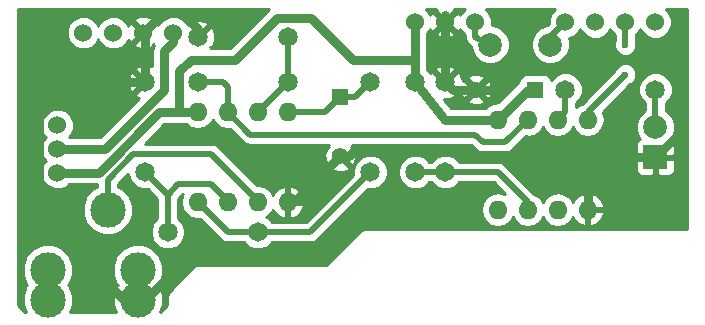
<source format=gbr>
G04 #@! TF.FileFunction,Copper,L2,Bot,Signal*
%FSLAX46Y46*%
G04 Gerber Fmt 4.6, Leading zero omitted, Abs format (unit mm)*
G04 Created by KiCad (PCBNEW 4.0.4-stable) date Monday, 13 March 2017 'PMt' 15:44:01*
%MOMM*%
%LPD*%
G01*
G04 APERTURE LIST*
%ADD10C,0.100000*%
%ADD11C,1.524000*%
%ADD12C,3.000000*%
%ADD13R,1.400000X1.400000*%
%ADD14C,1.400000*%
%ADD15R,2.000000X2.000000*%
%ADD16C,2.000000*%
%ADD17O,1.600000X1.600000*%
%ADD18C,1.651000*%
%ADD19C,0.600000*%
%ADD20C,0.500000*%
%ADD21C,0.750000*%
%ADD22C,0.254000*%
G04 APERTURE END LIST*
D10*
D11*
X4060000Y12480000D03*
X4060000Y14480000D03*
X4060000Y16480000D03*
D12*
X10865000Y1725000D03*
X3245000Y1725000D03*
X10865000Y4265000D03*
X3245000Y4265000D03*
X8325000Y9345000D03*
D11*
X54680000Y25220000D03*
X52140000Y25220000D03*
X49600000Y25220000D03*
X47060000Y25220000D03*
X39440000Y25220000D03*
X36900000Y25220000D03*
X34360000Y25220000D03*
D13*
X28010000Y18870000D03*
D14*
X28010000Y13870000D03*
D15*
X54680000Y13790000D03*
D16*
X54680000Y16330000D03*
D17*
X41345000Y9345000D03*
X43885000Y9345000D03*
X46425000Y9345000D03*
X48965000Y9345000D03*
X48965000Y16965000D03*
X46425000Y16965000D03*
X43885000Y16965000D03*
X41345000Y16965000D03*
X15945000Y9980000D03*
X18485000Y9980000D03*
X21025000Y9980000D03*
X23565000Y9980000D03*
X23565000Y17600000D03*
X21025000Y17600000D03*
X18485000Y17600000D03*
X15945000Y17600000D03*
D11*
X6250000Y24330000D03*
X8790000Y24330000D03*
X11330000Y24330000D03*
X13870000Y24330000D03*
D13*
X44520000Y19505000D03*
D14*
X39520000Y19505000D03*
D16*
X45790000Y23315000D03*
X40710000Y23315000D03*
D18*
X13405000Y7440000D03*
X21025000Y7440000D03*
X11500000Y20140000D03*
X11500000Y12520000D03*
X23565000Y20140000D03*
X15945000Y20140000D03*
X15945000Y23950000D03*
X23565000Y23950000D03*
X30550000Y12520000D03*
X30550000Y20140000D03*
X36900000Y20140000D03*
X36900000Y12520000D03*
X34360000Y12520000D03*
X34360000Y20140000D03*
X54680000Y19505000D03*
X47060000Y19505000D03*
D19*
X52140000Y20775000D03*
X52140000Y23315000D03*
D20*
X28010000Y18870000D02*
X29280000Y18870000D01*
X29280000Y18870000D02*
X30550000Y20140000D01*
X28010000Y18870000D02*
X26740000Y17600000D01*
X26740000Y17600000D02*
X23565000Y17600000D01*
D21*
X11500000Y20140000D02*
X5420000Y20140000D01*
X2460000Y8980000D02*
X9715000Y1725000D01*
X2460000Y17180000D02*
X2460000Y8980000D01*
X5420000Y20140000D02*
X2460000Y17180000D01*
X9715000Y1725000D02*
X10865000Y1725000D01*
X15945000Y23950000D02*
X15945000Y24595000D01*
X15945000Y24595000D02*
X14560000Y25980000D01*
X14560000Y25980000D02*
X12980000Y25980000D01*
X12980000Y25980000D02*
X11500000Y24500000D01*
X11500000Y24500000D02*
X11500000Y20140000D01*
X39520000Y19505000D02*
X41345000Y19505000D01*
X56585000Y15695000D02*
X54680000Y13790000D01*
X56585000Y20140000D02*
X56585000Y15695000D01*
X54680000Y22045000D02*
X56585000Y20140000D01*
X50870000Y22045000D02*
X54680000Y22045000D01*
X50235000Y21410000D02*
X50870000Y22045000D01*
X43250000Y21410000D02*
X50235000Y21410000D01*
X41345000Y19505000D02*
X43250000Y21410000D01*
X48965000Y13790000D02*
X54680000Y13790000D01*
X14675000Y4900000D02*
X15310000Y5535000D01*
X15310000Y5535000D02*
X26105000Y5535000D01*
X10865000Y1725000D02*
X11500000Y1725000D01*
X11500000Y1725000D02*
X14675000Y4900000D01*
X32455000Y11885000D02*
X32455000Y14425000D01*
X26105000Y5535000D02*
X32455000Y11885000D01*
X36900000Y25220000D02*
X36900000Y25855000D01*
X48965000Y9345000D02*
X48965000Y13790000D01*
X48965000Y13790000D02*
X39440000Y13790000D01*
X28010000Y13870000D02*
X28725000Y13870000D01*
X28725000Y13870000D02*
X29280000Y14425000D01*
X29280000Y14425000D02*
X32455000Y14425000D01*
X32455000Y14425000D02*
X38805000Y14425000D01*
X38805000Y14425000D02*
X39440000Y13790000D01*
X36900000Y25220000D02*
X36900000Y20140000D01*
X36900000Y20140000D02*
X37535000Y19505000D01*
X37535000Y19505000D02*
X39520000Y19505000D01*
X23565000Y9980000D02*
X24120000Y9980000D01*
X24120000Y9980000D02*
X28010000Y13870000D01*
D20*
X54680000Y19505000D02*
X54680000Y16330000D01*
X34360000Y12520000D02*
X36900000Y12520000D01*
X36900000Y12520000D02*
X41345000Y12520000D01*
X41345000Y12520000D02*
X43885000Y9980000D01*
X43885000Y9980000D02*
X43885000Y9345000D01*
X48965000Y16965000D02*
X48965000Y17600000D01*
X48965000Y17600000D02*
X52140000Y20775000D01*
X52140000Y23315000D02*
X52140000Y25220000D01*
X47060000Y19505000D02*
X47060000Y17600000D01*
X47060000Y17600000D02*
X46425000Y16965000D01*
X18485000Y17600000D02*
X20390000Y15695000D01*
X41980000Y15060000D02*
X43885000Y16965000D01*
X40075000Y15060000D02*
X41980000Y15060000D01*
X39440000Y15695000D02*
X40075000Y15060000D01*
X20390000Y15695000D02*
X39440000Y15695000D01*
X18485000Y17600000D02*
X18485000Y19759000D01*
X18104000Y20140000D02*
X15945000Y20140000D01*
X18485000Y19759000D02*
X18104000Y20140000D01*
D21*
X22612500Y25537500D02*
X25502500Y25537500D01*
X25502500Y25537500D02*
X29060000Y21980000D01*
X15375000Y22045000D02*
X19120000Y22045000D01*
X22612500Y25537500D02*
X22295000Y25220000D01*
X22295000Y25220000D02*
X19120000Y22045000D01*
X14368000Y18288000D02*
X14368000Y20980000D01*
X14368000Y21038000D02*
X15375000Y22045000D01*
X14368000Y20980000D02*
X14368000Y21038000D01*
X14368000Y17600000D02*
X14310000Y17658000D01*
X14310000Y17658000D02*
X14310000Y17730000D01*
X14310000Y17600000D02*
X14310000Y17730000D01*
X14368000Y18288000D02*
X14368000Y17600000D01*
X29060000Y21980000D02*
X34360000Y21980000D01*
X4060000Y12480000D02*
X7560000Y12480000D01*
X7560000Y12480000D02*
X12680000Y17600000D01*
X12680000Y17600000D02*
X14310000Y17600000D01*
X14310000Y17600000D02*
X15945000Y17600000D01*
X34360000Y25220000D02*
X34360000Y21980000D01*
X34360000Y21980000D02*
X34360000Y20140000D01*
X44520000Y19505000D02*
X43885000Y19505000D01*
X43885000Y19505000D02*
X41345000Y16965000D01*
X41345000Y16965000D02*
X36900000Y16965000D01*
X36900000Y16965000D02*
X34360000Y20140000D01*
D20*
X21025000Y9980000D02*
X21025000Y10107000D01*
X21025000Y10107000D02*
X17088000Y14044000D01*
X17088000Y14044000D02*
X10484000Y14044000D01*
X10484000Y14044000D02*
X8325000Y11885000D01*
X8325000Y11885000D02*
X8325000Y9345000D01*
X18485000Y9980000D02*
X18485000Y10107000D01*
X18485000Y10107000D02*
X17088000Y11504000D01*
X17088000Y11504000D02*
X14294000Y11504000D01*
X14294000Y11504000D02*
X13405000Y10615000D01*
X13405000Y7440000D02*
X13405000Y10615000D01*
X13405000Y10615000D02*
X11500000Y12520000D01*
X21025000Y7440000D02*
X18485000Y7440000D01*
X18485000Y7440000D02*
X15945000Y9980000D01*
X21025000Y7440000D02*
X25470000Y7440000D01*
X25470000Y7440000D02*
X30550000Y12520000D01*
X23565000Y23950000D02*
X23565000Y20140000D01*
X23565000Y20140000D02*
X21025000Y17600000D01*
D21*
X13870000Y24330000D02*
X13870000Y23540000D01*
X8060000Y14480000D02*
X4060000Y14480000D01*
X13060000Y19480000D02*
X8060000Y14480000D01*
X13060000Y22730000D02*
X13060000Y19480000D01*
X13870000Y23540000D02*
X13060000Y22730000D01*
D20*
X45790000Y23315000D02*
X45790000Y23950000D01*
X45790000Y23950000D02*
X47060000Y25220000D01*
X39440000Y25220000D02*
X39440000Y23950000D01*
X39440000Y23950000D02*
X40710000Y23315000D01*
D22*
G36*
X21898322Y26251678D02*
X18701644Y23055000D01*
X17019608Y23055000D01*
X16971217Y23103391D01*
X17219976Y23180656D01*
X17417340Y23727131D01*
X17390553Y24307535D01*
X17219976Y24719344D01*
X16971215Y24796610D01*
X16124605Y23950000D01*
X16138748Y23935857D01*
X15959143Y23756252D01*
X15945000Y23770395D01*
X15930858Y23756252D01*
X15751253Y23935857D01*
X15765395Y23950000D01*
X15751253Y23964142D01*
X15930858Y24143747D01*
X15945000Y24129605D01*
X16791610Y24976215D01*
X16714344Y25224976D01*
X16167869Y25422340D01*
X15587465Y25395553D01*
X15175656Y25224976D01*
X15105323Y24998536D01*
X15055010Y25120303D01*
X14662370Y25513629D01*
X14149100Y25726757D01*
X13593339Y25727242D01*
X13079697Y25515010D01*
X12686371Y25122370D01*
X12606605Y24930273D01*
X12552397Y25061143D01*
X12310213Y25130608D01*
X11509605Y24330000D01*
X11523748Y24315857D01*
X11344143Y24136252D01*
X11330000Y24150395D01*
X10529392Y23349787D01*
X10598857Y23107603D01*
X11122302Y22920856D01*
X11677368Y22948638D01*
X12061143Y23107603D01*
X12130607Y23349785D01*
X12221811Y23258581D01*
X12126882Y23116510D01*
X12050000Y22730000D01*
X12050000Y21494194D01*
X11722869Y21612340D01*
X11142465Y21585553D01*
X10730656Y21414976D01*
X10653390Y21166215D01*
X11500000Y20319605D01*
X11514143Y20333747D01*
X11693748Y20154142D01*
X11679605Y20140000D01*
X11693748Y20125857D01*
X11514143Y19946252D01*
X11500000Y19960395D01*
X10653390Y19113785D01*
X10730656Y18865024D01*
X10940780Y18789136D01*
X7641644Y15490000D01*
X5045654Y15490000D01*
X5243629Y15687630D01*
X5456757Y16200900D01*
X5457242Y16756661D01*
X5245010Y17270303D01*
X4852370Y17663629D01*
X4339100Y17876757D01*
X3783339Y17877242D01*
X3269697Y17665010D01*
X2876371Y17272370D01*
X2663243Y16759100D01*
X2662758Y16203339D01*
X2874990Y15689697D01*
X3084342Y15479979D01*
X2876371Y15272370D01*
X2663243Y14759100D01*
X2662758Y14203339D01*
X2874990Y13689697D01*
X3084342Y13479979D01*
X2876371Y13272370D01*
X2663243Y12759100D01*
X2662758Y12203339D01*
X2874990Y11689697D01*
X3267630Y11296371D01*
X3780900Y11083243D01*
X4336661Y11082758D01*
X4850303Y11294990D01*
X5025619Y11470000D01*
X7440000Y11470000D01*
X7440000Y11289399D01*
X7117200Y11156020D01*
X6516091Y10555959D01*
X6190372Y9771541D01*
X6189630Y8922185D01*
X6513980Y8137200D01*
X7114041Y7536091D01*
X7898459Y7210372D01*
X8747815Y7209630D01*
X9532800Y7533980D01*
X10133909Y8134041D01*
X10459628Y8918459D01*
X10460370Y9767815D01*
X10136020Y10552800D01*
X9535959Y11153909D01*
X9210000Y11289259D01*
X9210000Y11518420D01*
X10039349Y12347770D01*
X10039247Y12230763D01*
X10261126Y11693774D01*
X10671613Y11282570D01*
X11208214Y11059754D01*
X11709104Y11059317D01*
X12520000Y10248421D01*
X12520000Y8620202D01*
X12167570Y8268387D01*
X11944754Y7731786D01*
X11944247Y7150763D01*
X12166126Y6613774D01*
X12576613Y6202570D01*
X13113214Y5979754D01*
X13694237Y5979247D01*
X14231226Y6201126D01*
X14642430Y6611613D01*
X14865246Y7148214D01*
X14865753Y7729237D01*
X14643874Y8266226D01*
X14290000Y8620718D01*
X14290000Y10248420D01*
X14660291Y10618712D01*
X14619233Y10557264D01*
X14510000Y10008113D01*
X14510000Y9951887D01*
X14619233Y9402736D01*
X14930302Y8937189D01*
X15395849Y8626120D01*
X15945000Y8516887D01*
X16121438Y8551983D01*
X17859208Y6814213D01*
X17859210Y6814210D01*
X18146325Y6622367D01*
X18485000Y6555000D01*
X19844798Y6555000D01*
X20196613Y6202570D01*
X20733214Y5979754D01*
X21314237Y5979247D01*
X21851226Y6201126D01*
X22205718Y6555000D01*
X25469995Y6555000D01*
X25470000Y6554999D01*
X25765475Y6613774D01*
X25808675Y6622367D01*
X26095790Y6814210D01*
X26095791Y6814211D01*
X30341261Y11059682D01*
X30839237Y11059247D01*
X31376226Y11281126D01*
X31787430Y11691613D01*
X32010246Y12228214D01*
X32010248Y12230763D01*
X32899247Y12230763D01*
X33121126Y11693774D01*
X33531613Y11282570D01*
X34068214Y11059754D01*
X34649237Y11059247D01*
X35186226Y11281126D01*
X35540718Y11635000D01*
X35719798Y11635000D01*
X36071613Y11282570D01*
X36608214Y11059754D01*
X37189237Y11059247D01*
X37726226Y11281126D01*
X38080718Y11635000D01*
X40978420Y11635000D01*
X41955598Y10657822D01*
X41894151Y10698880D01*
X41345000Y10808113D01*
X40795849Y10698880D01*
X40330302Y10387811D01*
X40019233Y9922264D01*
X39910000Y9373113D01*
X39910000Y9316887D01*
X40019233Y8767736D01*
X40330302Y8302189D01*
X40795849Y7991120D01*
X41345000Y7881887D01*
X41894151Y7991120D01*
X42359698Y8302189D01*
X42615000Y8684275D01*
X42870302Y8302189D01*
X43335849Y7991120D01*
X43885000Y7881887D01*
X44434151Y7991120D01*
X44899698Y8302189D01*
X45155000Y8684275D01*
X45410302Y8302189D01*
X45875849Y7991120D01*
X46425000Y7881887D01*
X46974151Y7991120D01*
X47439698Y8302189D01*
X47709986Y8706703D01*
X47812611Y8489866D01*
X48227577Y8113959D01*
X48615961Y7953096D01*
X48838000Y8075085D01*
X48838000Y9218000D01*
X49092000Y9218000D01*
X49092000Y8075085D01*
X49314039Y7953096D01*
X49702423Y8113959D01*
X50117389Y8489866D01*
X50356914Y8995959D01*
X50235629Y9218000D01*
X49092000Y9218000D01*
X48838000Y9218000D01*
X48818000Y9218000D01*
X48818000Y9472000D01*
X48838000Y9472000D01*
X48838000Y10614915D01*
X49092000Y10614915D01*
X49092000Y9472000D01*
X50235629Y9472000D01*
X50356914Y9694041D01*
X50117389Y10200134D01*
X49702423Y10576041D01*
X49314039Y10736904D01*
X49092000Y10614915D01*
X48838000Y10614915D01*
X48615961Y10736904D01*
X48227577Y10576041D01*
X47812611Y10200134D01*
X47709986Y9983297D01*
X47439698Y10387811D01*
X46974151Y10698880D01*
X46425000Y10808113D01*
X45875849Y10698880D01*
X45410302Y10387811D01*
X45155000Y10005725D01*
X44899698Y10387811D01*
X44434151Y10698880D01*
X44413614Y10702965D01*
X41970790Y13145790D01*
X41850197Y13226367D01*
X41683675Y13337633D01*
X41627484Y13348810D01*
X41345000Y13405001D01*
X41344995Y13405000D01*
X38080202Y13405000D01*
X37981126Y13504250D01*
X53045000Y13504250D01*
X53045000Y12663690D01*
X53141673Y12430301D01*
X53320302Y12251673D01*
X53553691Y12155000D01*
X54394250Y12155000D01*
X54553000Y12313750D01*
X54553000Y13663000D01*
X54807000Y13663000D01*
X54807000Y12313750D01*
X54965750Y12155000D01*
X55806309Y12155000D01*
X56039698Y12251673D01*
X56218327Y12430301D01*
X56315000Y12663690D01*
X56315000Y13504250D01*
X56156250Y13663000D01*
X54807000Y13663000D01*
X54553000Y13663000D01*
X53203750Y13663000D01*
X53045000Y13504250D01*
X37981126Y13504250D01*
X37728387Y13757430D01*
X37191786Y13980246D01*
X36610763Y13980753D01*
X36073774Y13758874D01*
X35719282Y13405000D01*
X35540202Y13405000D01*
X35188387Y13757430D01*
X34651786Y13980246D01*
X34070763Y13980753D01*
X33533774Y13758874D01*
X33122570Y13348387D01*
X32899754Y12811786D01*
X32899247Y12230763D01*
X32010248Y12230763D01*
X32010753Y12809237D01*
X31788874Y13346226D01*
X31378387Y13757430D01*
X30841786Y13980246D01*
X30260763Y13980753D01*
X29723774Y13758874D01*
X29312570Y13348387D01*
X29089754Y12811786D01*
X29089317Y12310896D01*
X25103420Y8325000D01*
X22205202Y8325000D01*
X21853387Y8677430D01*
X21728532Y8729274D01*
X22039698Y8937189D01*
X22309986Y9341703D01*
X22412611Y9124866D01*
X22827577Y8748959D01*
X23215961Y8588096D01*
X23438000Y8710085D01*
X23438000Y9853000D01*
X23692000Y9853000D01*
X23692000Y8710085D01*
X23914039Y8588096D01*
X24302423Y8748959D01*
X24717389Y9124866D01*
X24956914Y9630959D01*
X24835629Y9853000D01*
X23692000Y9853000D01*
X23438000Y9853000D01*
X23418000Y9853000D01*
X23418000Y10107000D01*
X23438000Y10107000D01*
X23438000Y11249915D01*
X23692000Y11249915D01*
X23692000Y10107000D01*
X24835629Y10107000D01*
X24956914Y10329041D01*
X24717389Y10835134D01*
X24302423Y11211041D01*
X23914039Y11371904D01*
X23692000Y11249915D01*
X23438000Y11249915D01*
X23215961Y11371904D01*
X22827577Y11211041D01*
X22412611Y10835134D01*
X22309986Y10618297D01*
X22039698Y11022811D01*
X21574151Y11333880D01*
X21025000Y11443113D01*
X20954491Y11429088D01*
X19448855Y12934725D01*
X27254331Y12934725D01*
X27316169Y12698958D01*
X27817122Y12522581D01*
X28347440Y12551336D01*
X28703831Y12698958D01*
X28765669Y12934725D01*
X28010000Y13690395D01*
X27254331Y12934725D01*
X19448855Y12934725D01*
X17713790Y14669790D01*
X17636660Y14721326D01*
X17426675Y14861633D01*
X17370484Y14872810D01*
X17088000Y14929001D01*
X17087995Y14929000D01*
X11437356Y14929000D01*
X13098356Y16590000D01*
X14908378Y16590000D01*
X14930302Y16557189D01*
X15395849Y16246120D01*
X15945000Y16136887D01*
X16494151Y16246120D01*
X16959698Y16557189D01*
X17215000Y16939275D01*
X17470302Y16557189D01*
X17935849Y16246120D01*
X18485000Y16136887D01*
X18661438Y16171983D01*
X19764208Y15069213D01*
X19764210Y15069210D01*
X20051325Y14877367D01*
X20105907Y14866510D01*
X20390000Y14809999D01*
X20390005Y14810000D01*
X27028556Y14810000D01*
X26959474Y14740918D01*
X27074723Y14625669D01*
X26838958Y14563831D01*
X26662581Y14062878D01*
X26691336Y13532560D01*
X26838958Y13176169D01*
X27074725Y13114331D01*
X27830395Y13870000D01*
X27816252Y13884142D01*
X27995858Y14063748D01*
X28010000Y14049605D01*
X28024142Y14063748D01*
X28203748Y13884142D01*
X28189605Y13870000D01*
X28945275Y13114331D01*
X29181042Y13176169D01*
X29357419Y13677122D01*
X29328664Y14207440D01*
X29181042Y14563831D01*
X28945277Y14625669D01*
X29060526Y14740918D01*
X28991444Y14810000D01*
X39073420Y14810000D01*
X39449208Y14434213D01*
X39449210Y14434210D01*
X39526340Y14382674D01*
X39736326Y14242366D01*
X40075000Y14174999D01*
X40075005Y14175000D01*
X41979995Y14175000D01*
X41980000Y14174999D01*
X42262484Y14231190D01*
X42318675Y14242367D01*
X42605790Y14434210D01*
X43708562Y15536983D01*
X43885000Y15501887D01*
X44434151Y15611120D01*
X44899698Y15922189D01*
X45155000Y16304275D01*
X45410302Y15922189D01*
X45875849Y15611120D01*
X46425000Y15501887D01*
X46974151Y15611120D01*
X47439698Y15922189D01*
X47695000Y16304275D01*
X47950302Y15922189D01*
X48415849Y15611120D01*
X48965000Y15501887D01*
X49514151Y15611120D01*
X49979698Y15922189D01*
X50035835Y16006205D01*
X53044716Y16006205D01*
X53293106Y15405057D01*
X53355251Y15342803D01*
X53320302Y15328327D01*
X53141673Y15149699D01*
X53045000Y14916310D01*
X53045000Y14075750D01*
X53203750Y13917000D01*
X54553000Y13917000D01*
X54553000Y13937000D01*
X54807000Y13937000D01*
X54807000Y13917000D01*
X56156250Y13917000D01*
X56315000Y14075750D01*
X56315000Y14916310D01*
X56218327Y15149699D01*
X56039698Y15328327D01*
X56005166Y15342630D01*
X56065278Y15402637D01*
X56314716Y16003352D01*
X56315284Y16653795D01*
X56066894Y17254943D01*
X55607363Y17715278D01*
X55565000Y17732869D01*
X55565000Y18324798D01*
X55917430Y18676613D01*
X56140246Y19213214D01*
X56140753Y19794237D01*
X55918874Y20331226D01*
X55508387Y20742430D01*
X54971786Y20965246D01*
X54390763Y20965753D01*
X53853774Y20743874D01*
X53442570Y20333387D01*
X53219754Y19796786D01*
X53219247Y19215763D01*
X53441126Y18678774D01*
X53795000Y18324282D01*
X53795000Y17733398D01*
X53755057Y17716894D01*
X53294722Y17257363D01*
X53045284Y16656648D01*
X53044716Y16006205D01*
X50035835Y16006205D01*
X50290767Y16387736D01*
X50400000Y16936887D01*
X50400000Y16993113D01*
X50290767Y17542264D01*
X50237926Y17621346D01*
X52548834Y19932255D01*
X52668943Y19981883D01*
X52932192Y20244673D01*
X53074838Y20588201D01*
X53075162Y20960167D01*
X52933117Y21303943D01*
X52670327Y21567192D01*
X52326799Y21709838D01*
X51954833Y21710162D01*
X51611057Y21568117D01*
X51347808Y21305327D01*
X51297434Y21184013D01*
X48436385Y18322965D01*
X48415849Y18318880D01*
X47950302Y18007811D01*
X47945000Y17999876D01*
X47945000Y18324798D01*
X48297430Y18676613D01*
X48520246Y19213214D01*
X48520753Y19794237D01*
X48298874Y20331226D01*
X47888387Y20742430D01*
X47351786Y20965246D01*
X46770763Y20965753D01*
X46233774Y20743874D01*
X45840007Y20350794D01*
X45823162Y20440317D01*
X45684090Y20656441D01*
X45471890Y20801431D01*
X45220000Y20852440D01*
X43820000Y20852440D01*
X43584683Y20808162D01*
X43368559Y20669090D01*
X43223569Y20456890D01*
X43176152Y20222740D01*
X43170822Y20219178D01*
X41373990Y18422346D01*
X41345000Y18428113D01*
X40795849Y18318880D01*
X40330302Y18007811D01*
X40308378Y17975000D01*
X37385431Y17975000D01*
X36909652Y18569725D01*
X38764331Y18569725D01*
X38826169Y18333958D01*
X39327122Y18157581D01*
X39857440Y18186336D01*
X40213831Y18333958D01*
X40275669Y18569725D01*
X39520000Y19325395D01*
X38764331Y18569725D01*
X36909652Y18569725D01*
X36825814Y18674522D01*
X37257535Y18694447D01*
X37669344Y18865024D01*
X37746610Y19113785D01*
X36900000Y19960395D01*
X36885858Y19946252D01*
X36706253Y20125857D01*
X36720395Y20140000D01*
X37079605Y20140000D01*
X37926215Y19293390D01*
X38174976Y19370656D01*
X38188320Y19407605D01*
X38201336Y19167560D01*
X38348958Y18811169D01*
X38584725Y18749331D01*
X39340395Y19505000D01*
X39699605Y19505000D01*
X40455275Y18749331D01*
X40691042Y18811169D01*
X40867419Y19312122D01*
X40838664Y19842440D01*
X40691042Y20198831D01*
X40455275Y20260669D01*
X39699605Y19505000D01*
X39340395Y19505000D01*
X38584725Y20260669D01*
X38359215Y20201521D01*
X38348196Y20440275D01*
X38764331Y20440275D01*
X39520000Y19684605D01*
X40275669Y20440275D01*
X40213831Y20676042D01*
X39712878Y20852419D01*
X39182560Y20823664D01*
X38826169Y20676042D01*
X38764331Y20440275D01*
X38348196Y20440275D01*
X38345553Y20497535D01*
X38174976Y20909344D01*
X37926215Y20986610D01*
X37079605Y20140000D01*
X36720395Y20140000D01*
X35873785Y20986610D01*
X35625024Y20909344D01*
X35623789Y20905926D01*
X35598874Y20966226D01*
X35399234Y21166215D01*
X36053390Y21166215D01*
X36900000Y20319605D01*
X37746610Y21166215D01*
X37669344Y21414976D01*
X37122869Y21612340D01*
X36542465Y21585553D01*
X36130656Y21414976D01*
X36053390Y21166215D01*
X35399234Y21166215D01*
X35370000Y21195500D01*
X35370000Y24239787D01*
X36099392Y24239787D01*
X36168857Y23997603D01*
X36692302Y23810856D01*
X37247368Y23838638D01*
X37631143Y23997603D01*
X37700608Y24239787D01*
X36900000Y25040395D01*
X36099392Y24239787D01*
X35370000Y24239787D01*
X35370000Y24254304D01*
X35543629Y24427630D01*
X35623395Y24619727D01*
X35677603Y24488857D01*
X35919787Y24419392D01*
X36720395Y25220000D01*
X35919787Y26020608D01*
X35677603Y25951143D01*
X35627491Y25810682D01*
X35545010Y26010303D01*
X35260810Y26295000D01*
X36126580Y26295000D01*
X36099392Y26200213D01*
X36900000Y25399605D01*
X37700608Y26200213D01*
X37673420Y26295000D01*
X38539495Y26295000D01*
X38256371Y26012370D01*
X38176605Y25820273D01*
X38122397Y25951143D01*
X37880213Y26020608D01*
X37079605Y25220000D01*
X37880213Y24419392D01*
X38122397Y24488857D01*
X38172509Y24629318D01*
X38254990Y24429697D01*
X38555000Y24129163D01*
X38555000Y23950000D01*
X38582673Y23810877D01*
X38600415Y23670138D01*
X38616164Y23642511D01*
X38622367Y23611325D01*
X38701174Y23493381D01*
X38771423Y23370147D01*
X38796542Y23350652D01*
X38814210Y23324210D01*
X38932160Y23245399D01*
X39044216Y23158432D01*
X39074849Y23143116D01*
X39074716Y22991205D01*
X39323106Y22390057D01*
X39782637Y21929722D01*
X40383352Y21680284D01*
X41033795Y21679716D01*
X41634943Y21928106D01*
X42095278Y22387637D01*
X42344716Y22988352D01*
X42345284Y23638795D01*
X42096894Y24239943D01*
X41637363Y24700278D01*
X41036648Y24949716D01*
X40836765Y24949891D01*
X40837242Y25496661D01*
X40625010Y26010303D01*
X40340810Y26295000D01*
X46159495Y26295000D01*
X45876371Y26012370D01*
X45663243Y25499100D01*
X45662872Y25074452D01*
X45538641Y24950221D01*
X45466205Y24950284D01*
X44865057Y24701894D01*
X44404722Y24242363D01*
X44155284Y23641648D01*
X44154716Y22991205D01*
X44403106Y22390057D01*
X44862637Y21929722D01*
X45463352Y21680284D01*
X46113795Y21679716D01*
X46714943Y21928106D01*
X47175278Y22387637D01*
X47424716Y22988352D01*
X47425284Y23638795D01*
X47347433Y23827209D01*
X47850303Y24034990D01*
X48243629Y24427630D01*
X48329949Y24635512D01*
X48414990Y24429697D01*
X48807630Y24036371D01*
X49320900Y23823243D01*
X49876661Y23822758D01*
X50390303Y24034990D01*
X50783629Y24427630D01*
X50869949Y24635512D01*
X50954990Y24429697D01*
X51255000Y24129163D01*
X51255000Y23621822D01*
X51205162Y23501799D01*
X51204838Y23129833D01*
X51346883Y22786057D01*
X51609673Y22522808D01*
X51953201Y22380162D01*
X52325167Y22379838D01*
X52668943Y22521883D01*
X52932192Y22784673D01*
X53074838Y23128201D01*
X53075162Y23500167D01*
X53025000Y23621569D01*
X53025000Y24129522D01*
X53323629Y24427630D01*
X53409949Y24635512D01*
X53494990Y24429697D01*
X53887630Y24036371D01*
X54400900Y23823243D01*
X54956661Y23822758D01*
X55470303Y24034990D01*
X55863629Y24427630D01*
X56076757Y24940900D01*
X56077242Y25496661D01*
X55865010Y26010303D01*
X55580810Y26295000D01*
X57375000Y26295000D01*
X57375000Y7665000D01*
X30060000Y7665000D01*
X29797862Y7612857D01*
X29575632Y7464368D01*
X26776264Y4665000D01*
X16060000Y4665000D01*
X15797862Y4612857D01*
X15575632Y4464368D01*
X13575632Y2464368D01*
X13427143Y2242138D01*
X13375000Y1980000D01*
X13375000Y1263736D01*
X12776264Y665000D01*
X12742656Y665000D01*
X13007723Y1341187D01*
X12991497Y2190387D01*
X12697739Y2899582D01*
X12578868Y2959166D01*
X12673909Y3054041D01*
X12999628Y3838459D01*
X13000370Y4687815D01*
X12676020Y5472800D01*
X12075959Y6073909D01*
X11291541Y6399628D01*
X10442185Y6400370D01*
X9657200Y6076020D01*
X9056091Y5475959D01*
X8730372Y4691541D01*
X8729630Y3842185D01*
X9053980Y3057200D01*
X9151606Y2959404D01*
X9032261Y2899582D01*
X8722277Y2108813D01*
X8738503Y1259613D01*
X8984800Y665000D01*
X5116593Y665000D01*
X5379628Y1298459D01*
X5380370Y2147815D01*
X5056020Y2932800D01*
X4994346Y2994582D01*
X5053909Y3054041D01*
X5379628Y3838459D01*
X5380370Y4687815D01*
X5056020Y5472800D01*
X4455959Y6073909D01*
X3671541Y6399628D01*
X2822185Y6400370D01*
X2037200Y6076020D01*
X1436091Y5475959D01*
X1110372Y4691541D01*
X1109630Y3842185D01*
X1433980Y3057200D01*
X1495654Y2995418D01*
X1436091Y2935959D01*
X1110372Y2151541D01*
X1109630Y1302185D01*
X1372910Y665000D01*
X1343736Y665000D01*
X745000Y1263736D01*
X745000Y20362869D01*
X10027660Y20362869D01*
X10054447Y19782465D01*
X10225024Y19370656D01*
X10473785Y19293390D01*
X11320395Y20140000D01*
X10473785Y20986610D01*
X10225024Y20909344D01*
X10027660Y20362869D01*
X745000Y20362869D01*
X745000Y24053339D01*
X4852758Y24053339D01*
X5064990Y23539697D01*
X5457630Y23146371D01*
X5970900Y22933243D01*
X6526661Y22932758D01*
X7040303Y23144990D01*
X7433629Y23537630D01*
X7519949Y23745512D01*
X7604990Y23539697D01*
X7997630Y23146371D01*
X8510900Y22933243D01*
X9066661Y22932758D01*
X9580303Y23144990D01*
X9973629Y23537630D01*
X10053395Y23729727D01*
X10107603Y23598857D01*
X10349787Y23529392D01*
X11150395Y24330000D01*
X10349787Y25130608D01*
X10107603Y25061143D01*
X10057491Y24920682D01*
X9975010Y25120303D01*
X9785432Y25310213D01*
X10529392Y25310213D01*
X11330000Y24509605D01*
X12130608Y25310213D01*
X12061143Y25552397D01*
X11537698Y25739144D01*
X10982632Y25711362D01*
X10598857Y25552397D01*
X10529392Y25310213D01*
X9785432Y25310213D01*
X9582370Y25513629D01*
X9069100Y25726757D01*
X8513339Y25727242D01*
X7999697Y25515010D01*
X7606371Y25122370D01*
X7520051Y24914488D01*
X7435010Y25120303D01*
X7042370Y25513629D01*
X6529100Y25726757D01*
X5973339Y25727242D01*
X5459697Y25515010D01*
X5066371Y25122370D01*
X4853243Y24609100D01*
X4852758Y24053339D01*
X745000Y24053339D01*
X745000Y26295000D01*
X21963158Y26295000D01*
X21898322Y26251678D01*
X21898322Y26251678D01*
G37*
X21898322Y26251678D02*
X18701644Y23055000D01*
X17019608Y23055000D01*
X16971217Y23103391D01*
X17219976Y23180656D01*
X17417340Y23727131D01*
X17390553Y24307535D01*
X17219976Y24719344D01*
X16971215Y24796610D01*
X16124605Y23950000D01*
X16138748Y23935857D01*
X15959143Y23756252D01*
X15945000Y23770395D01*
X15930858Y23756252D01*
X15751253Y23935857D01*
X15765395Y23950000D01*
X15751253Y23964142D01*
X15930858Y24143747D01*
X15945000Y24129605D01*
X16791610Y24976215D01*
X16714344Y25224976D01*
X16167869Y25422340D01*
X15587465Y25395553D01*
X15175656Y25224976D01*
X15105323Y24998536D01*
X15055010Y25120303D01*
X14662370Y25513629D01*
X14149100Y25726757D01*
X13593339Y25727242D01*
X13079697Y25515010D01*
X12686371Y25122370D01*
X12606605Y24930273D01*
X12552397Y25061143D01*
X12310213Y25130608D01*
X11509605Y24330000D01*
X11523748Y24315857D01*
X11344143Y24136252D01*
X11330000Y24150395D01*
X10529392Y23349787D01*
X10598857Y23107603D01*
X11122302Y22920856D01*
X11677368Y22948638D01*
X12061143Y23107603D01*
X12130607Y23349785D01*
X12221811Y23258581D01*
X12126882Y23116510D01*
X12050000Y22730000D01*
X12050000Y21494194D01*
X11722869Y21612340D01*
X11142465Y21585553D01*
X10730656Y21414976D01*
X10653390Y21166215D01*
X11500000Y20319605D01*
X11514143Y20333747D01*
X11693748Y20154142D01*
X11679605Y20140000D01*
X11693748Y20125857D01*
X11514143Y19946252D01*
X11500000Y19960395D01*
X10653390Y19113785D01*
X10730656Y18865024D01*
X10940780Y18789136D01*
X7641644Y15490000D01*
X5045654Y15490000D01*
X5243629Y15687630D01*
X5456757Y16200900D01*
X5457242Y16756661D01*
X5245010Y17270303D01*
X4852370Y17663629D01*
X4339100Y17876757D01*
X3783339Y17877242D01*
X3269697Y17665010D01*
X2876371Y17272370D01*
X2663243Y16759100D01*
X2662758Y16203339D01*
X2874990Y15689697D01*
X3084342Y15479979D01*
X2876371Y15272370D01*
X2663243Y14759100D01*
X2662758Y14203339D01*
X2874990Y13689697D01*
X3084342Y13479979D01*
X2876371Y13272370D01*
X2663243Y12759100D01*
X2662758Y12203339D01*
X2874990Y11689697D01*
X3267630Y11296371D01*
X3780900Y11083243D01*
X4336661Y11082758D01*
X4850303Y11294990D01*
X5025619Y11470000D01*
X7440000Y11470000D01*
X7440000Y11289399D01*
X7117200Y11156020D01*
X6516091Y10555959D01*
X6190372Y9771541D01*
X6189630Y8922185D01*
X6513980Y8137200D01*
X7114041Y7536091D01*
X7898459Y7210372D01*
X8747815Y7209630D01*
X9532800Y7533980D01*
X10133909Y8134041D01*
X10459628Y8918459D01*
X10460370Y9767815D01*
X10136020Y10552800D01*
X9535959Y11153909D01*
X9210000Y11289259D01*
X9210000Y11518420D01*
X10039349Y12347770D01*
X10039247Y12230763D01*
X10261126Y11693774D01*
X10671613Y11282570D01*
X11208214Y11059754D01*
X11709104Y11059317D01*
X12520000Y10248421D01*
X12520000Y8620202D01*
X12167570Y8268387D01*
X11944754Y7731786D01*
X11944247Y7150763D01*
X12166126Y6613774D01*
X12576613Y6202570D01*
X13113214Y5979754D01*
X13694237Y5979247D01*
X14231226Y6201126D01*
X14642430Y6611613D01*
X14865246Y7148214D01*
X14865753Y7729237D01*
X14643874Y8266226D01*
X14290000Y8620718D01*
X14290000Y10248420D01*
X14660291Y10618712D01*
X14619233Y10557264D01*
X14510000Y10008113D01*
X14510000Y9951887D01*
X14619233Y9402736D01*
X14930302Y8937189D01*
X15395849Y8626120D01*
X15945000Y8516887D01*
X16121438Y8551983D01*
X17859208Y6814213D01*
X17859210Y6814210D01*
X18146325Y6622367D01*
X18485000Y6555000D01*
X19844798Y6555000D01*
X20196613Y6202570D01*
X20733214Y5979754D01*
X21314237Y5979247D01*
X21851226Y6201126D01*
X22205718Y6555000D01*
X25469995Y6555000D01*
X25470000Y6554999D01*
X25765475Y6613774D01*
X25808675Y6622367D01*
X26095790Y6814210D01*
X26095791Y6814211D01*
X30341261Y11059682D01*
X30839237Y11059247D01*
X31376226Y11281126D01*
X31787430Y11691613D01*
X32010246Y12228214D01*
X32010248Y12230763D01*
X32899247Y12230763D01*
X33121126Y11693774D01*
X33531613Y11282570D01*
X34068214Y11059754D01*
X34649237Y11059247D01*
X35186226Y11281126D01*
X35540718Y11635000D01*
X35719798Y11635000D01*
X36071613Y11282570D01*
X36608214Y11059754D01*
X37189237Y11059247D01*
X37726226Y11281126D01*
X38080718Y11635000D01*
X40978420Y11635000D01*
X41955598Y10657822D01*
X41894151Y10698880D01*
X41345000Y10808113D01*
X40795849Y10698880D01*
X40330302Y10387811D01*
X40019233Y9922264D01*
X39910000Y9373113D01*
X39910000Y9316887D01*
X40019233Y8767736D01*
X40330302Y8302189D01*
X40795849Y7991120D01*
X41345000Y7881887D01*
X41894151Y7991120D01*
X42359698Y8302189D01*
X42615000Y8684275D01*
X42870302Y8302189D01*
X43335849Y7991120D01*
X43885000Y7881887D01*
X44434151Y7991120D01*
X44899698Y8302189D01*
X45155000Y8684275D01*
X45410302Y8302189D01*
X45875849Y7991120D01*
X46425000Y7881887D01*
X46974151Y7991120D01*
X47439698Y8302189D01*
X47709986Y8706703D01*
X47812611Y8489866D01*
X48227577Y8113959D01*
X48615961Y7953096D01*
X48838000Y8075085D01*
X48838000Y9218000D01*
X49092000Y9218000D01*
X49092000Y8075085D01*
X49314039Y7953096D01*
X49702423Y8113959D01*
X50117389Y8489866D01*
X50356914Y8995959D01*
X50235629Y9218000D01*
X49092000Y9218000D01*
X48838000Y9218000D01*
X48818000Y9218000D01*
X48818000Y9472000D01*
X48838000Y9472000D01*
X48838000Y10614915D01*
X49092000Y10614915D01*
X49092000Y9472000D01*
X50235629Y9472000D01*
X50356914Y9694041D01*
X50117389Y10200134D01*
X49702423Y10576041D01*
X49314039Y10736904D01*
X49092000Y10614915D01*
X48838000Y10614915D01*
X48615961Y10736904D01*
X48227577Y10576041D01*
X47812611Y10200134D01*
X47709986Y9983297D01*
X47439698Y10387811D01*
X46974151Y10698880D01*
X46425000Y10808113D01*
X45875849Y10698880D01*
X45410302Y10387811D01*
X45155000Y10005725D01*
X44899698Y10387811D01*
X44434151Y10698880D01*
X44413614Y10702965D01*
X41970790Y13145790D01*
X41850197Y13226367D01*
X41683675Y13337633D01*
X41627484Y13348810D01*
X41345000Y13405001D01*
X41344995Y13405000D01*
X38080202Y13405000D01*
X37981126Y13504250D01*
X53045000Y13504250D01*
X53045000Y12663690D01*
X53141673Y12430301D01*
X53320302Y12251673D01*
X53553691Y12155000D01*
X54394250Y12155000D01*
X54553000Y12313750D01*
X54553000Y13663000D01*
X54807000Y13663000D01*
X54807000Y12313750D01*
X54965750Y12155000D01*
X55806309Y12155000D01*
X56039698Y12251673D01*
X56218327Y12430301D01*
X56315000Y12663690D01*
X56315000Y13504250D01*
X56156250Y13663000D01*
X54807000Y13663000D01*
X54553000Y13663000D01*
X53203750Y13663000D01*
X53045000Y13504250D01*
X37981126Y13504250D01*
X37728387Y13757430D01*
X37191786Y13980246D01*
X36610763Y13980753D01*
X36073774Y13758874D01*
X35719282Y13405000D01*
X35540202Y13405000D01*
X35188387Y13757430D01*
X34651786Y13980246D01*
X34070763Y13980753D01*
X33533774Y13758874D01*
X33122570Y13348387D01*
X32899754Y12811786D01*
X32899247Y12230763D01*
X32010248Y12230763D01*
X32010753Y12809237D01*
X31788874Y13346226D01*
X31378387Y13757430D01*
X30841786Y13980246D01*
X30260763Y13980753D01*
X29723774Y13758874D01*
X29312570Y13348387D01*
X29089754Y12811786D01*
X29089317Y12310896D01*
X25103420Y8325000D01*
X22205202Y8325000D01*
X21853387Y8677430D01*
X21728532Y8729274D01*
X22039698Y8937189D01*
X22309986Y9341703D01*
X22412611Y9124866D01*
X22827577Y8748959D01*
X23215961Y8588096D01*
X23438000Y8710085D01*
X23438000Y9853000D01*
X23692000Y9853000D01*
X23692000Y8710085D01*
X23914039Y8588096D01*
X24302423Y8748959D01*
X24717389Y9124866D01*
X24956914Y9630959D01*
X24835629Y9853000D01*
X23692000Y9853000D01*
X23438000Y9853000D01*
X23418000Y9853000D01*
X23418000Y10107000D01*
X23438000Y10107000D01*
X23438000Y11249915D01*
X23692000Y11249915D01*
X23692000Y10107000D01*
X24835629Y10107000D01*
X24956914Y10329041D01*
X24717389Y10835134D01*
X24302423Y11211041D01*
X23914039Y11371904D01*
X23692000Y11249915D01*
X23438000Y11249915D01*
X23215961Y11371904D01*
X22827577Y11211041D01*
X22412611Y10835134D01*
X22309986Y10618297D01*
X22039698Y11022811D01*
X21574151Y11333880D01*
X21025000Y11443113D01*
X20954491Y11429088D01*
X19448855Y12934725D01*
X27254331Y12934725D01*
X27316169Y12698958D01*
X27817122Y12522581D01*
X28347440Y12551336D01*
X28703831Y12698958D01*
X28765669Y12934725D01*
X28010000Y13690395D01*
X27254331Y12934725D01*
X19448855Y12934725D01*
X17713790Y14669790D01*
X17636660Y14721326D01*
X17426675Y14861633D01*
X17370484Y14872810D01*
X17088000Y14929001D01*
X17087995Y14929000D01*
X11437356Y14929000D01*
X13098356Y16590000D01*
X14908378Y16590000D01*
X14930302Y16557189D01*
X15395849Y16246120D01*
X15945000Y16136887D01*
X16494151Y16246120D01*
X16959698Y16557189D01*
X17215000Y16939275D01*
X17470302Y16557189D01*
X17935849Y16246120D01*
X18485000Y16136887D01*
X18661438Y16171983D01*
X19764208Y15069213D01*
X19764210Y15069210D01*
X20051325Y14877367D01*
X20105907Y14866510D01*
X20390000Y14809999D01*
X20390005Y14810000D01*
X27028556Y14810000D01*
X26959474Y14740918D01*
X27074723Y14625669D01*
X26838958Y14563831D01*
X26662581Y14062878D01*
X26691336Y13532560D01*
X26838958Y13176169D01*
X27074725Y13114331D01*
X27830395Y13870000D01*
X27816252Y13884142D01*
X27995858Y14063748D01*
X28010000Y14049605D01*
X28024142Y14063748D01*
X28203748Y13884142D01*
X28189605Y13870000D01*
X28945275Y13114331D01*
X29181042Y13176169D01*
X29357419Y13677122D01*
X29328664Y14207440D01*
X29181042Y14563831D01*
X28945277Y14625669D01*
X29060526Y14740918D01*
X28991444Y14810000D01*
X39073420Y14810000D01*
X39449208Y14434213D01*
X39449210Y14434210D01*
X39526340Y14382674D01*
X39736326Y14242366D01*
X40075000Y14174999D01*
X40075005Y14175000D01*
X41979995Y14175000D01*
X41980000Y14174999D01*
X42262484Y14231190D01*
X42318675Y14242367D01*
X42605790Y14434210D01*
X43708562Y15536983D01*
X43885000Y15501887D01*
X44434151Y15611120D01*
X44899698Y15922189D01*
X45155000Y16304275D01*
X45410302Y15922189D01*
X45875849Y15611120D01*
X46425000Y15501887D01*
X46974151Y15611120D01*
X47439698Y15922189D01*
X47695000Y16304275D01*
X47950302Y15922189D01*
X48415849Y15611120D01*
X48965000Y15501887D01*
X49514151Y15611120D01*
X49979698Y15922189D01*
X50035835Y16006205D01*
X53044716Y16006205D01*
X53293106Y15405057D01*
X53355251Y15342803D01*
X53320302Y15328327D01*
X53141673Y15149699D01*
X53045000Y14916310D01*
X53045000Y14075750D01*
X53203750Y13917000D01*
X54553000Y13917000D01*
X54553000Y13937000D01*
X54807000Y13937000D01*
X54807000Y13917000D01*
X56156250Y13917000D01*
X56315000Y14075750D01*
X56315000Y14916310D01*
X56218327Y15149699D01*
X56039698Y15328327D01*
X56005166Y15342630D01*
X56065278Y15402637D01*
X56314716Y16003352D01*
X56315284Y16653795D01*
X56066894Y17254943D01*
X55607363Y17715278D01*
X55565000Y17732869D01*
X55565000Y18324798D01*
X55917430Y18676613D01*
X56140246Y19213214D01*
X56140753Y19794237D01*
X55918874Y20331226D01*
X55508387Y20742430D01*
X54971786Y20965246D01*
X54390763Y20965753D01*
X53853774Y20743874D01*
X53442570Y20333387D01*
X53219754Y19796786D01*
X53219247Y19215763D01*
X53441126Y18678774D01*
X53795000Y18324282D01*
X53795000Y17733398D01*
X53755057Y17716894D01*
X53294722Y17257363D01*
X53045284Y16656648D01*
X53044716Y16006205D01*
X50035835Y16006205D01*
X50290767Y16387736D01*
X50400000Y16936887D01*
X50400000Y16993113D01*
X50290767Y17542264D01*
X50237926Y17621346D01*
X52548834Y19932255D01*
X52668943Y19981883D01*
X52932192Y20244673D01*
X53074838Y20588201D01*
X53075162Y20960167D01*
X52933117Y21303943D01*
X52670327Y21567192D01*
X52326799Y21709838D01*
X51954833Y21710162D01*
X51611057Y21568117D01*
X51347808Y21305327D01*
X51297434Y21184013D01*
X48436385Y18322965D01*
X48415849Y18318880D01*
X47950302Y18007811D01*
X47945000Y17999876D01*
X47945000Y18324798D01*
X48297430Y18676613D01*
X48520246Y19213214D01*
X48520753Y19794237D01*
X48298874Y20331226D01*
X47888387Y20742430D01*
X47351786Y20965246D01*
X46770763Y20965753D01*
X46233774Y20743874D01*
X45840007Y20350794D01*
X45823162Y20440317D01*
X45684090Y20656441D01*
X45471890Y20801431D01*
X45220000Y20852440D01*
X43820000Y20852440D01*
X43584683Y20808162D01*
X43368559Y20669090D01*
X43223569Y20456890D01*
X43176152Y20222740D01*
X43170822Y20219178D01*
X41373990Y18422346D01*
X41345000Y18428113D01*
X40795849Y18318880D01*
X40330302Y18007811D01*
X40308378Y17975000D01*
X37385431Y17975000D01*
X36909652Y18569725D01*
X38764331Y18569725D01*
X38826169Y18333958D01*
X39327122Y18157581D01*
X39857440Y18186336D01*
X40213831Y18333958D01*
X40275669Y18569725D01*
X39520000Y19325395D01*
X38764331Y18569725D01*
X36909652Y18569725D01*
X36825814Y18674522D01*
X37257535Y18694447D01*
X37669344Y18865024D01*
X37746610Y19113785D01*
X36900000Y19960395D01*
X36885858Y19946252D01*
X36706253Y20125857D01*
X36720395Y20140000D01*
X37079605Y20140000D01*
X37926215Y19293390D01*
X38174976Y19370656D01*
X38188320Y19407605D01*
X38201336Y19167560D01*
X38348958Y18811169D01*
X38584725Y18749331D01*
X39340395Y19505000D01*
X39699605Y19505000D01*
X40455275Y18749331D01*
X40691042Y18811169D01*
X40867419Y19312122D01*
X40838664Y19842440D01*
X40691042Y20198831D01*
X40455275Y20260669D01*
X39699605Y19505000D01*
X39340395Y19505000D01*
X38584725Y20260669D01*
X38359215Y20201521D01*
X38348196Y20440275D01*
X38764331Y20440275D01*
X39520000Y19684605D01*
X40275669Y20440275D01*
X40213831Y20676042D01*
X39712878Y20852419D01*
X39182560Y20823664D01*
X38826169Y20676042D01*
X38764331Y20440275D01*
X38348196Y20440275D01*
X38345553Y20497535D01*
X38174976Y20909344D01*
X37926215Y20986610D01*
X37079605Y20140000D01*
X36720395Y20140000D01*
X35873785Y20986610D01*
X35625024Y20909344D01*
X35623789Y20905926D01*
X35598874Y20966226D01*
X35399234Y21166215D01*
X36053390Y21166215D01*
X36900000Y20319605D01*
X37746610Y21166215D01*
X37669344Y21414976D01*
X37122869Y21612340D01*
X36542465Y21585553D01*
X36130656Y21414976D01*
X36053390Y21166215D01*
X35399234Y21166215D01*
X35370000Y21195500D01*
X35370000Y24239787D01*
X36099392Y24239787D01*
X36168857Y23997603D01*
X36692302Y23810856D01*
X37247368Y23838638D01*
X37631143Y23997603D01*
X37700608Y24239787D01*
X36900000Y25040395D01*
X36099392Y24239787D01*
X35370000Y24239787D01*
X35370000Y24254304D01*
X35543629Y24427630D01*
X35623395Y24619727D01*
X35677603Y24488857D01*
X35919787Y24419392D01*
X36720395Y25220000D01*
X35919787Y26020608D01*
X35677603Y25951143D01*
X35627491Y25810682D01*
X35545010Y26010303D01*
X35260810Y26295000D01*
X36126580Y26295000D01*
X36099392Y26200213D01*
X36900000Y25399605D01*
X37700608Y26200213D01*
X37673420Y26295000D01*
X38539495Y26295000D01*
X38256371Y26012370D01*
X38176605Y25820273D01*
X38122397Y25951143D01*
X37880213Y26020608D01*
X37079605Y25220000D01*
X37880213Y24419392D01*
X38122397Y24488857D01*
X38172509Y24629318D01*
X38254990Y24429697D01*
X38555000Y24129163D01*
X38555000Y23950000D01*
X38582673Y23810877D01*
X38600415Y23670138D01*
X38616164Y23642511D01*
X38622367Y23611325D01*
X38701174Y23493381D01*
X38771423Y23370147D01*
X38796542Y23350652D01*
X38814210Y23324210D01*
X38932160Y23245399D01*
X39044216Y23158432D01*
X39074849Y23143116D01*
X39074716Y22991205D01*
X39323106Y22390057D01*
X39782637Y21929722D01*
X40383352Y21680284D01*
X41033795Y21679716D01*
X41634943Y21928106D01*
X42095278Y22387637D01*
X42344716Y22988352D01*
X42345284Y23638795D01*
X42096894Y24239943D01*
X41637363Y24700278D01*
X41036648Y24949716D01*
X40836765Y24949891D01*
X40837242Y25496661D01*
X40625010Y26010303D01*
X40340810Y26295000D01*
X46159495Y26295000D01*
X45876371Y26012370D01*
X45663243Y25499100D01*
X45662872Y25074452D01*
X45538641Y24950221D01*
X45466205Y24950284D01*
X44865057Y24701894D01*
X44404722Y24242363D01*
X44155284Y23641648D01*
X44154716Y22991205D01*
X44403106Y22390057D01*
X44862637Y21929722D01*
X45463352Y21680284D01*
X46113795Y21679716D01*
X46714943Y21928106D01*
X47175278Y22387637D01*
X47424716Y22988352D01*
X47425284Y23638795D01*
X47347433Y23827209D01*
X47850303Y24034990D01*
X48243629Y24427630D01*
X48329949Y24635512D01*
X48414990Y24429697D01*
X48807630Y24036371D01*
X49320900Y23823243D01*
X49876661Y23822758D01*
X50390303Y24034990D01*
X50783629Y24427630D01*
X50869949Y24635512D01*
X50954990Y24429697D01*
X51255000Y24129163D01*
X51255000Y23621822D01*
X51205162Y23501799D01*
X51204838Y23129833D01*
X51346883Y22786057D01*
X51609673Y22522808D01*
X51953201Y22380162D01*
X52325167Y22379838D01*
X52668943Y22521883D01*
X52932192Y22784673D01*
X53074838Y23128201D01*
X53075162Y23500167D01*
X53025000Y23621569D01*
X53025000Y24129522D01*
X53323629Y24427630D01*
X53409949Y24635512D01*
X53494990Y24429697D01*
X53887630Y24036371D01*
X54400900Y23823243D01*
X54956661Y23822758D01*
X55470303Y24034990D01*
X55863629Y24427630D01*
X56076757Y24940900D01*
X56077242Y25496661D01*
X55865010Y26010303D01*
X55580810Y26295000D01*
X57375000Y26295000D01*
X57375000Y7665000D01*
X30060000Y7665000D01*
X29797862Y7612857D01*
X29575632Y7464368D01*
X26776264Y4665000D01*
X16060000Y4665000D01*
X15797862Y4612857D01*
X15575632Y4464368D01*
X13575632Y2464368D01*
X13427143Y2242138D01*
X13375000Y1980000D01*
X13375000Y1263736D01*
X12776264Y665000D01*
X12742656Y665000D01*
X13007723Y1341187D01*
X12991497Y2190387D01*
X12697739Y2899582D01*
X12578868Y2959166D01*
X12673909Y3054041D01*
X12999628Y3838459D01*
X13000370Y4687815D01*
X12676020Y5472800D01*
X12075959Y6073909D01*
X11291541Y6399628D01*
X10442185Y6400370D01*
X9657200Y6076020D01*
X9056091Y5475959D01*
X8730372Y4691541D01*
X8729630Y3842185D01*
X9053980Y3057200D01*
X9151606Y2959404D01*
X9032261Y2899582D01*
X8722277Y2108813D01*
X8738503Y1259613D01*
X8984800Y665000D01*
X5116593Y665000D01*
X5379628Y1298459D01*
X5380370Y2147815D01*
X5056020Y2932800D01*
X4994346Y2994582D01*
X5053909Y3054041D01*
X5379628Y3838459D01*
X5380370Y4687815D01*
X5056020Y5472800D01*
X4455959Y6073909D01*
X3671541Y6399628D01*
X2822185Y6400370D01*
X2037200Y6076020D01*
X1436091Y5475959D01*
X1110372Y4691541D01*
X1109630Y3842185D01*
X1433980Y3057200D01*
X1495654Y2995418D01*
X1436091Y2935959D01*
X1110372Y2151541D01*
X1109630Y1302185D01*
X1372910Y665000D01*
X1343736Y665000D01*
X745000Y1263736D01*
X745000Y20362869D01*
X10027660Y20362869D01*
X10054447Y19782465D01*
X10225024Y19370656D01*
X10473785Y19293390D01*
X11320395Y20140000D01*
X10473785Y20986610D01*
X10225024Y20909344D01*
X10027660Y20362869D01*
X745000Y20362869D01*
X745000Y24053339D01*
X4852758Y24053339D01*
X5064990Y23539697D01*
X5457630Y23146371D01*
X5970900Y22933243D01*
X6526661Y22932758D01*
X7040303Y23144990D01*
X7433629Y23537630D01*
X7519949Y23745512D01*
X7604990Y23539697D01*
X7997630Y23146371D01*
X8510900Y22933243D01*
X9066661Y22932758D01*
X9580303Y23144990D01*
X9973629Y23537630D01*
X10053395Y23729727D01*
X10107603Y23598857D01*
X10349787Y23529392D01*
X11150395Y24330000D01*
X10349787Y25130608D01*
X10107603Y25061143D01*
X10057491Y24920682D01*
X9975010Y25120303D01*
X9785432Y25310213D01*
X10529392Y25310213D01*
X11330000Y24509605D01*
X12130608Y25310213D01*
X12061143Y25552397D01*
X11537698Y25739144D01*
X10982632Y25711362D01*
X10598857Y25552397D01*
X10529392Y25310213D01*
X9785432Y25310213D01*
X9582370Y25513629D01*
X9069100Y25726757D01*
X8513339Y25727242D01*
X7999697Y25515010D01*
X7606371Y25122370D01*
X7520051Y24914488D01*
X7435010Y25120303D01*
X7042370Y25513629D01*
X6529100Y25726757D01*
X5973339Y25727242D01*
X5459697Y25515010D01*
X5066371Y25122370D01*
X4853243Y24609100D01*
X4852758Y24053339D01*
X745000Y24053339D01*
X745000Y26295000D01*
X21963158Y26295000D01*
X21898322Y26251678D01*
G36*
X11058748Y1739142D02*
X11044605Y1725000D01*
X11058748Y1710857D01*
X10879143Y1531252D01*
X10865000Y1545395D01*
X10850858Y1531252D01*
X10671253Y1710857D01*
X10685395Y1725000D01*
X10671253Y1739142D01*
X10850858Y1918747D01*
X10865000Y1904605D01*
X10879143Y1918747D01*
X11058748Y1739142D01*
X11058748Y1739142D01*
G37*
X11058748Y1739142D02*
X11044605Y1725000D01*
X11058748Y1710857D01*
X10879143Y1531252D01*
X10865000Y1545395D01*
X10850858Y1531252D01*
X10671253Y1710857D01*
X10685395Y1725000D01*
X10671253Y1739142D01*
X10850858Y1918747D01*
X10865000Y1904605D01*
X10879143Y1918747D01*
X11058748Y1739142D01*
M02*

</source>
